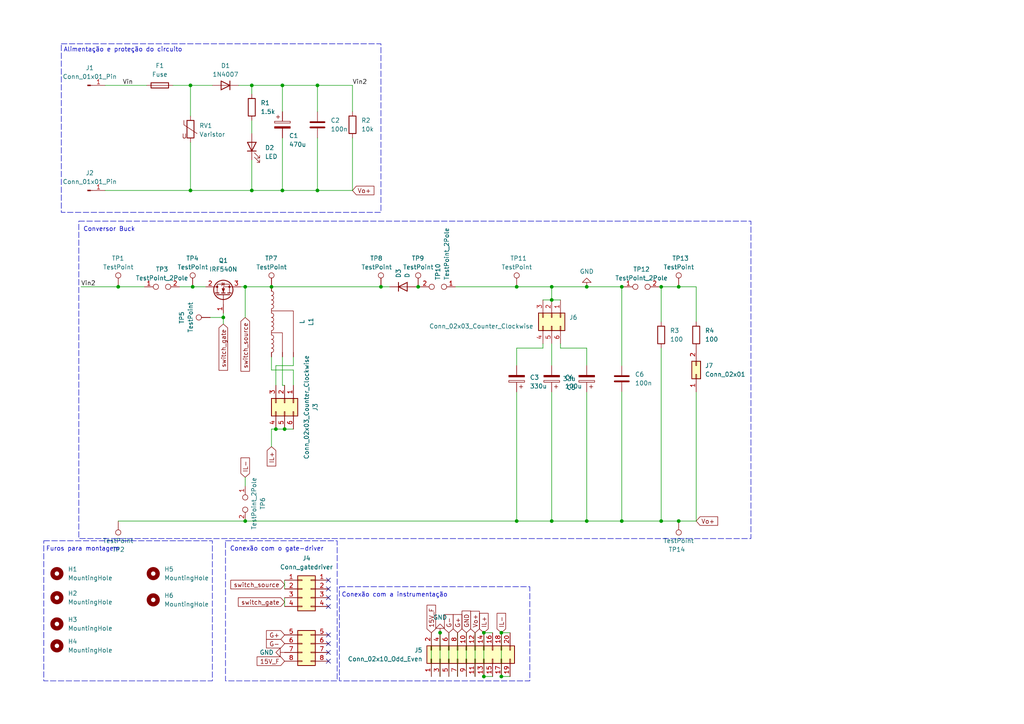
<source format=kicad_sch>
(kicad_sch (version 20230121) (generator eeschema)
  (paper "A4")
  (lib_symbols
    (symbol "Conn_gate_driver_1" (pin_names (offset 1.016) hide)
      (property "Reference" "J" (at 1.27 5.08 0))
      (property "Value" "Conn_gatedriver" (at 1.27 -7.62 0))
      (symbol "Conn_gate_driver_1_1_1"
        (rectangle (start -1.27 -4.953) (end 0 -5.207) (stroke (width 0.1524)))
        (rectangle (start -1.27 -2.413) (end 0 -2.667) (stroke (width 0.1524)))
        (rectangle (start -1.27 0.127) (end 0 -0.127) (stroke (width 0.1524)))
        (rectangle (start -1.27 2.667) (end 0 2.413) (stroke (width 0.1524)))
        (rectangle (start -1.27 3.81) (end 3.81 -6.35) (stroke (width 0.254)) (fill (type background)))
        (rectangle (start -1.27 10.922) (end 0 10.668) (stroke (width 0.1524)))
        (rectangle (start -1.27 13.462) (end 0 13.208) (stroke (width 0.1524)))
        (rectangle (start -1.27 16.002) (end 0 15.748) (stroke (width 0.1524)))
        (rectangle (start -1.27 18.542) (end 0 18.288) (stroke (width 0.1524)))
        (rectangle (start -1.27 19.685) (end 3.81 9.525) (stroke (width 0.254)) (fill (type background)))
        (rectangle (start 3.81 -4.953) (end 2.54 -5.207) (stroke (width 0.1524)))
        (rectangle (start 3.81 -2.413) (end 2.54 -2.667) (stroke (width 0.1524)))
        (rectangle (start 3.81 0.127) (end 2.54 -0.127) (stroke (width 0.1524)))
        (rectangle (start 3.81 2.667) (end 2.54 2.413) (stroke (width 0.1524)))
        (rectangle (start 3.81 10.922) (end 2.54 10.668) (stroke (width 0.1524)))
        (rectangle (start 3.81 13.462) (end 2.54 13.208) (stroke (width 0.1524)))
        (rectangle (start 3.81 16.002) (end 2.54 15.748) (stroke (width 0.1524)))
        (rectangle (start 3.81 18.542) (end 2.54 18.288) (stroke (width 0.1524)))
        (pin passive line (at -5.08 18.415 0) (length 3.81) (name "Pin_1") (number "1"))
        (pin passive line (at 7.62 18.415 180) (length 3.81) (name "Pin_2") (number "1"))
        (pin passive line (at -5.08 15.875 0) (length 3.81) (name "Pin_3") (number "2"))
        (pin passive line (at 7.62 15.875 180) (length 3.81) (name "Pin_4") (number "2"))
        (pin passive line (at -5.08 13.335 0) (length 3.81) (name "Pin_5") (number "3"))
        (pin passive line (at 7.62 13.335 180) (length 3.81) (name "Pin_6") (number "3"))
        (pin passive line (at -5.08 10.795 0) (length 3.81) (name "Pin_7") (number "4"))
        (pin passive line (at 7.62 10.795 180) (length 3.81) (name "Pin_8") (number "4"))
        (pin passive line (at 7.62 2.54 180) (length 3.81) (name "Pin_10") (number "5"))
        (pin passive line (at -5.08 2.54 0) (length 3.81) (name "Pin_9") (number "5"))
        (pin passive line (at -5.08 0 0) (length 3.81) (name "Pin_11") (number "6"))
        (pin passive line (at 7.62 0 180) (length 3.81) (name "Pin_12") (number "6"))
        (pin passive line (at -5.08 -2.54 0) (length 3.81) (name "Pin_13") (number "7"))
        (pin passive line (at 7.62 -2.54 180) (length 3.81) (name "Pin_14") (number "7"))
        (pin passive line (at -5.08 -5.08 0) (length 3.81) (name "Pin_15") (number "8"))
        (pin passive line (at 7.62 -5.08 180) (length 3.81) (name "Pin_16") (number "8"))
      )
    )
    (symbol "Connector:Conn_01x01_Pin" (pin_names (offset 1.016) hide)
      (property "Reference" "J" (at 0 2.54 0))
      (property "Value" "Conn_01x01_Pin" (at 0 -2.54 0))
      (symbol "Conn_01x01_Pin_1_1"
        (polyline (pts (xy 1.27 0) (xy 0.8636 0)) (stroke (width 0.1524)))
        (rectangle (start 0.8636 0.127) (end 0 -0.127) (stroke (width 0.1524)) (fill (type outline)))
        (pin passive line (at 5.08 0 180) (length 3.81) (name "Pin_1") (number "1"))
      )
    )
    (symbol "Connector:TestPoint" (pin_numbers hide) (pin_names (offset 0.762) hide)
      (property "Reference" "TP" (at 0 6.858 0))
      (property "Value" "TestPoint" (at 0 5.08 0))
      (symbol "TestPoint_0_1"
        (circle (center 0 3.302) (radius 0.762))
      )
      (symbol "TestPoint_1_1"
        (pin passive line (at 0 0 90) (length 2.54) (name "1") (number "1"))
      )
    )
    (symbol "Connector:TestPoint_2Pole" (pin_names (offset 0.762) hide)
      (property "Reference" "TP" (at 0 1.524 0))
      (property "Value" "TestPoint_2Pole" (at 0 -1.778 0))
      (symbol "TestPoint_2Pole_0_1"
        (circle (center -1.778 0) (radius 0.762))
        (circle (center 1.778 0) (radius 0.762))
        (pin passive line (at -5.08 0 0) (length 2.54) (name "1") (number "1"))
        (pin passive line (at 5.08 0 180) (length 2.54) (name "2") (number "2"))
      )
    )
    (symbol "Connector_Generic:Conn_02x01" (pin_names (offset 1.016) hide)
      (property "Reference" "J" (at 1.27 2.54 0))
      (property "Value" "Conn_02x01" (at 1.27 -2.54 0))
      (symbol "Conn_02x01_1_1"
        (rectangle (start -1.27 0.127) (end 0 -0.127) (stroke (width 0.1524)))
        (rectangle (start -1.27 1.27) (end 3.81 -1.27) (stroke (width 0.254)) (fill (type background)))
        (rectangle (start 3.81 0.127) (end 2.54 -0.127) (stroke (width 0.1524)))
        (pin passive line (at -5.08 0 0) (length 3.81) (name "Pin_1") (number "1"))
        (pin passive line (at 7.62 0 180) (length 3.81) (name "Pin_2") (number "2"))
      )
    )
    (symbol "Connector_Generic:Conn_02x03_Counter_Clockwise" (pin_names (offset 1.016) hide)
      (property "Reference" "J" (at 1.27 5.08 0))
      (property "Value" "Conn_02x03_Counter_Clockwise" (at 1.27 -5.08 0))
      (symbol "Conn_02x03_Counter_Clockwise_1_1"
        (rectangle (start -1.27 -2.413) (end 0 -2.667) (stroke (width 0.1524)))
        (rectangle (start -1.27 0.127) (end 0 -0.127) (stroke (width 0.1524)))
        (rectangle (start -1.27 2.667) (end 0 2.413) (stroke (width 0.1524)))
        (rectangle (start -1.27 3.81) (end 3.81 -3.81) (stroke (width 0.254)) (fill (type background)))
        (rectangle (start 3.81 -2.413) (end 2.54 -2.667) (stroke (width 0.1524)))
        (rectangle (start 3.81 0.127) (end 2.54 -0.127) (stroke (width 0.1524)))
        (rectangle (start 3.81 2.667) (end 2.54 2.413) (stroke (width 0.1524)))
        (pin passive line (at -5.08 2.54 0) (length 3.81) (name "Pin_1") (number "1"))
        (pin passive line (at -5.08 0 0) (length 3.81) (name "Pin_2") (number "2"))
        (pin passive line (at -5.08 -2.54 0) (length 3.81) (name "Pin_3") (number "3"))
        (pin passive line (at 7.62 -2.54 180) (length 3.81) (name "Pin_4") (number "4"))
        (pin passive line (at 7.62 0 180) (length 3.81) (name "Pin_5") (number "5"))
        (pin passive line (at 7.62 2.54 180) (length 3.81) (name "Pin_6") (number "6"))
      )
    )
    (symbol "Connector_Generic:Conn_02x10_Odd_Even" (pin_names (offset 1.016) hide)
      (property "Reference" "J" (at 1.27 12.7 0))
      (property "Value" "Conn_02x10_Odd_Even" (at 1.27 -15.24 0))
      (symbol "Conn_02x10_Odd_Even_1_1"
        (rectangle (start -1.27 -12.573) (end 0 -12.827) (stroke (width 0.1524)))
        (rectangle (start -1.27 -10.033) (end 0 -10.287) (stroke (width 0.1524)))
        (rectangle (start -1.27 -7.493) (end 0 -7.747) (stroke (width 0.1524)))
        (rectangle (start -1.27 -4.953) (end 0 -5.207) (stroke (width 0.1524)))
        (rectangle (start -1.27 -2.413) (end 0 -2.667) (stroke (width 0.1524)))
        (rectangle (start -1.27 0.127) (end 0 -0.127) (stroke (width 0.1524)))
        (rectangle (start -1.27 2.667) (end 0 2.413) (stroke (width 0.1524)))
        (rectangle (start -1.27 5.207) (end 0 4.953) (stroke (width 0.1524)))
        (rectangle (start -1.27 7.747) (end 0 7.493) (stroke (width 0.1524)))
        (rectangle (start -1.27 10.287) (end 0 10.033) (stroke (width 0.1524)))
        (rectangle (start -1.27 11.43) (end 3.81 -13.97) (stroke (width 0.254)) (fill (type background)))
        (rectangle (start 3.81 -12.573) (end 2.54 -12.827) (stroke (width 0.1524)))
        (rectangle (start 3.81 -10.033) (end 2.54 -10.287) (stroke (width 0.1524)))
        (rectangle (start 3.81 -7.493) (end 2.54 -7.747) (stroke (width 0.1524)))
        (rectangle (start 3.81 -4.953) (end 2.54 -5.207) (stroke (width 0.1524)))
        (rectangle (start 3.81 -2.413) (end 2.54 -2.667) (stroke (width 0.1524)))
        (rectangle (start 3.81 0.127) (end 2.54 -0.127) (stroke (width 0.1524)))
        (rectangle (start 3.81 2.667) (end 2.54 2.413) (stroke (width 0.1524)))
        (rectangle (start 3.81 5.207) (end 2.54 4.953) (stroke (width 0.1524)))
        (rectangle (start 3.81 7.747) (end 2.54 7.493) (stroke (width 0.1524)))
        (rectangle (start 3.81 10.287) (end 2.54 10.033) (stroke (width 0.1524)))
        (pin passive line (at -5.08 10.16 0) (length 3.81) (name "Pin_1") (number "1"))
        (pin passive line (at 7.62 0 180) (length 3.81) (name "Pin_10") (number "10"))
        (pin passive line (at -5.08 -2.54 0) (length 3.81) (name "Pin_11") (number "11"))
        (pin passive line (at 7.62 -2.54 180) (length 3.81) (name "Pin_12") (number "12"))
        (pin passive line (at -5.08 -5.08 0) (length 3.81) (name "Pin_13") (number "13"))
        (pin passive line (at 7.62 -5.08 180) (length 3.81) (name "Pin_14") (number "14"))
        (pin passive line (at -5.08 -7.62 0) (length 3.81) (name "Pin_15") (number "15"))
        (pin passive line (at 7.62 -7.62 180) (length 3.81) (name "Pin_16") (number "16"))
        (pin passive line (at -5.08 -10.16 0) (length 3.81) (name "Pin_17") (number "17"))
        (pin passive line (at 7.62 -10.16 180) (length 3.81) (name "Pin_18") (number "18"))
        (pin passive line (at -5.08 -12.7 0) (length 3.81) (name "Pin_19") (number "19"))
        (pin passive line (at 7.62 10.16 180) (length 3.81) (name "Pin_2") (number "2"))
        (pin passive line (at 7.62 -12.7 180) (length 3.81) (name "Pin_20") (number "20"))
        (pin passive line (at -5.08 7.62 0) (length 3.81) (name "Pin_3") (number "3"))
        (pin passive line (at 7.62 7.62 180) (length 3.81) (name "Pin_4") (number "4"))
        (pin passive line (at -5.08 5.08 0) (length 3.81) (name "Pin_5") (number "5"))
        (pin passive line (at 7.62 5.08 180) (length 3.81) (name "Pin_6") (number "6"))
        (pin passive line (at -5.08 2.54 0) (length 3.81) (name "Pin_7") (number "7"))
        (pin passive line (at 7.62 2.54 180) (length 3.81) (name "Pin_8") (number "8"))
        (pin passive line (at -5.08 0 0) (length 3.81) (name "Pin_9") (number "9"))
      )
    )
    (symbol "Device:C" (pin_numbers hide) (pin_names (offset 0.254))
      (property "Reference" "C" (at 0.635 2.54 0))
      (property "Value" "C" (at 0.635 -2.54 0))
      (symbol "C_0_1"
        (polyline (pts (xy -2.032 -0.762) (xy 2.032 -0.762)) (stroke (width 0.508)))
        (polyline (pts (xy -2.032 0.762) (xy 2.032 0.762)) (stroke (width 0.508)))
      )
      (symbol "C_1_1"
        (pin passive line (at 0 3.81 270) (length 2.794) (name "~") (number "1"))
        (pin passive line (at 0 -3.81 90) (length 2.794) (name "~") (number "2"))
      )
    )
    (symbol "Device:C_Polarized" (pin_numbers hide) (pin_names (offset 0.254))
      (property "Reference" "C" (at 0.635 2.54 0))
      (property "Value" "C_Polarized" (at 0.635 -2.54 0))
      (symbol "C_Polarized_0_1"
        (rectangle (start -2.286 0.508) (end 2.286 1.016))
        (polyline (pts (xy -1.778 2.286) (xy -0.762 2.286)))
        (polyline (pts (xy -1.27 2.794) (xy -1.27 1.778)))
        (rectangle (start 2.286 -0.508) (end -2.286 -1.016) (fill (type outline)))
      )
      (symbol "C_Polarized_1_1"
        (pin passive line (at 0 3.81 270) (length 2.794) (name "~") (number "1"))
        (pin passive line (at 0 -3.81 90) (length 2.794) (name "~") (number "2"))
      )
    )
    (symbol "Device:D" (pin_numbers hide) (pin_names (offset 1.016) hide)
      (property "Reference" "D" (at 0 2.54 0))
      (property "Value" "D" (at 0 -2.54 0))
      (symbol "D_0_1"
        (polyline (pts (xy -1.27 1.27) (xy -1.27 -1.27)) (stroke (width 0.254)))
        (polyline (pts (xy 1.27 0) (xy -1.27 0)))
        (polyline (pts (xy 1.27 1.27) (xy 1.27 -1.27) (xy -1.27 0) (xy 1.27 1.27)) (stroke (width 0.254)))
      )
      (symbol "D_1_1"
        (pin passive line (at -3.81 0 0) (length 2.54) (name "K") (number "1"))
        (pin passive line (at 3.81 0 180) (length 2.54) (name "A") (number "2"))
      )
    )
    (symbol "Device:Fuse" (pin_numbers hide) (pin_names (offset 0))
      (property "Reference" "F" (at 2.032 0 90))
      (property "Value" "Fuse" (at -1.905 0 90))
      (symbol "Fuse_0_1"
        (rectangle (start -0.762 -2.54) (end 0.762 2.54) (stroke (width 0.254)))
        (polyline (pts (xy 0 2.54) (xy 0 -2.54)))
      )
      (symbol "Fuse_1_1"
        (pin passive line (at 0 3.81 270) (length 1.27) (name "~") (number "1"))
        (pin passive line (at 0 -3.81 90) (length 1.27) (name "~") (number "2"))
      )
    )
    (symbol "Device:LED" (pin_numbers hide) (pin_names (offset 1.016) hide)
      (property "Reference" "D" (at 0 2.54 0))
      (property "Value" "LED" (at 0 -2.54 0))
      (symbol "LED_0_1"
        (polyline (pts (xy -1.27 -1.27) (xy -1.27 1.27)) (stroke (width 0.254)))
        (polyline (pts (xy -1.27 0) (xy 1.27 0)))
        (polyline (pts (xy 1.27 -1.27) (xy 1.27 1.27) (xy -1.27 0) (xy 1.27 -1.27)) (stroke (width 0.254)))
        (polyline (pts (xy -3.048 -0.762) (xy -4.572 -2.286) (xy -3.81 -2.286) (xy -4.572 -2.286) (xy -4.572 -1.524)))
        (polyline (pts (xy -1.778 -0.762) (xy -3.302 -2.286) (xy -2.54 -2.286) (xy -3.302 -2.286) (xy -3.302 -1.524)))
      )
      (symbol "LED_1_1"
        (pin passive line (at -3.81 0 0) (length 2.54) (name "K") (number "1"))
        (pin passive line (at 3.81 0 180) (length 2.54) (name "A") (number "2"))
      )
    )
    (symbol "Device:R" (pin_numbers hide) (pin_names (offset 0))
      (property "Reference" "R" (at 2.032 0 90))
      (property "Value" "R" (at 0 0 90))
      (symbol "R_0_1"
        (rectangle (start -1.016 -2.54) (end 1.016 2.54) (stroke (width 0.254)))
      )
      (symbol "R_1_1"
        (pin passive line (at 0 3.81 270) (length 1.27) (name "~") (number "1"))
        (pin passive line (at 0 -3.81 90) (length 1.27) (name "~") (number "2"))
      )
    )
    (symbol "Device:Varistor" (pin_numbers hide) (pin_names (offset 0))
      (property "Reference" "RV" (at 3.175 0 90))
      (property "Value" "Varistor" (at -3.175 0 90))
      (symbol "Varistor_0_0"
        (text "U" (at -1.778 -2.032 0) (effects (font (size 1.27 1.27))))
      )
      (symbol "Varistor_0_1"
        (rectangle (start -1.016 -2.54) (end 1.016 2.54) (stroke (width 0.254)))
        (polyline (pts (xy -1.905 2.54) (xy -1.905 1.27) (xy 1.905 -1.27)))
      )
      (symbol "Varistor_1_1"
        (pin passive line (at 0 3.81 270) (length 1.27) (name "~") (number "1"))
        (pin passive line (at 0 -3.81 90) (length 1.27) (name "~") (number "2"))
      )
    )
    (symbol "Diode:1N4007" (pin_numbers hide) (pin_names (offset 1.016) hide)
      (property "Reference" "D" (at 0 2.54 0))
      (property "Value" "1N4007" (at 0 -2.54 0))
      (symbol "1N4007_0_1"
        (polyline (pts (xy -1.27 1.27) (xy -1.27 -1.27)) (stroke (width 0.254)))
        (polyline (pts (xy 1.27 0) (xy -1.27 0)))
        (polyline (pts (xy 1.27 1.27) (xy 1.27 -1.27) (xy -1.27 0) (xy 1.27 1.27)) (stroke (width 0.254)))
      )
      (symbol "1N4007_1_1"
        (pin passive line (at -3.81 0 0) (length 2.54) (name "K") (number "1"))
        (pin passive line (at 3.81 0 180) (length 2.54) (name "A") (number "2"))
      )
    )
    (symbol "Mechanical:MountingHole" (pin_names (offset 1.016))
      (property "Reference" "H" (at 0 5.08 0))
      (property "Value" "MountingHole" (at 0 3.175 0))
      (symbol "MountingHole_0_1"
        (circle (center 0 0) (radius 1.27) (stroke (width 1.27)))
      )
    )
    (symbol "New_Library:L_triple" (pin_numbers hide) (pin_names (offset 1.016) hide)
      (property "Reference" "L" (at -1.27 0 90))
      (property "Value" "L" (at 1.905 0 90))
      (symbol "L_triple_0_1"
        (arc (start 0 -2.54) (mid 0.6323 -1.905) (end 0 -1.27))
        (arc (start 0 -1.27) (mid 0.6323 -0.635) (end 0 0))
        (polyline (pts (xy 0 2.54) (xy 0 3.81)))
        (polyline (pts (xy 0 3.175) (xy 3.175 3.175) (xy 3.175 -2.54)))
        (polyline (pts (xy 0 8.89) (xy 0 10.16) (xy 0 9.525)))
        (polyline (pts (xy 0 9.525) (xy 6.35 9.525) (xy 6.35 -2.54)))
        (arc (start 0 0) (mid 0.6323 0.635) (end 0 1.27))
        (arc (start 0 1.27) (mid 0.6323 1.905) (end 0 2.54))
        (arc (start 0.0027 3.81) (mid 0.635 4.445) (end 0.0027 5.08))
        (arc (start 0.0027 5.08) (mid 0.635 5.715) (end 0.0027 6.35))
        (arc (start 0.0027 6.35) (mid 0.635 6.985) (end 0.0027 7.62))
        (arc (start 0.0027 7.62) (mid 0.635 8.255) (end 0.0027 8.89))
        (arc (start 0.0027 10.16) (mid 0.635 10.795) (end 0.0027 11.43))
        (arc (start 0.0027 11.43) (mid 0.635 12.065) (end 0.0027 12.7))
        (arc (start 0.0027 12.7) (mid 0.635 13.335) (end 0.0027 13.97))
        (arc (start 0.0027 13.97) (mid 0.635 14.605) (end 0.0027 15.24))
      )
      (symbol "L_triple_1_1"
        (pin passive line (at 0 16.51 270) (length 1.27) (name "1") (number "1"))
        (pin passive line (at 6.35 -3.81 90) (length 1.27) (name "2") (number "2"))
        (pin passive line (at 3.175 -3.81 90) (length 1.27) (name "3") (number "3"))
        (pin passive line (at 0 -3.81 90) (length 1.27) (name "4") (number "4"))
      )
    )
    (symbol "Transistor_FET:IRF540N" (pin_names hide)
      (property "Reference" "Q" (at 6.35 1.905 0))
      (property "Value" "IRF540N" (at 6.35 0 0))
      (symbol "IRF540N_0_1"
        (polyline (pts (xy 0.254 0) (xy -2.54 0)))
        (polyline (pts (xy 0.254 1.905) (xy 0.254 -1.905)) (stroke (width 0.254)))
        (polyline (pts (xy 0.762 -1.27) (xy 0.762 -2.286)) (stroke (width 0.254)))
        (polyline (pts (xy 0.762 0.508) (xy 0.762 -0.508)) (stroke (width 0.254)))
        (polyline (pts (xy 0.762 2.286) (xy 0.762 1.27)) (stroke (width 0.254)))
        (polyline (pts (xy 2.54 2.54) (xy 2.54 1.778)))
        (polyline (pts (xy 2.54 -2.54) (xy 2.54 0) (xy 0.762 0)))
        (polyline (pts (xy 0.762 -1.778) (xy 3.302 -1.778) (xy 3.302 1.778) (xy 0.762 1.778)))
        (polyline (pts (xy 1.016 0) (xy 2.032 0.381) (xy 2.032 -0.381) (xy 1.016 0)) (fill (type outline)))
        (polyline (pts (xy 2.794 0.508) (xy 2.921 0.381) (xy 3.683 0.381) (xy 3.81 0.254)))
        (polyline (pts (xy 3.302 0.381) (xy 2.921 -0.254) (xy 3.683 -0.254) (xy 3.302 0.381)))
        (circle (center 1.651 0) (radius 2.794) (stroke (width 0.254)))
        (circle (center 2.54 -1.778) (radius 0.254) (fill (type outline)))
        (circle (center 2.54 1.778) (radius 0.254) (fill (type outline)))
      )
      (symbol "IRF540N_1_1"
        (pin input line (at -5.08 0 0) (length 2.54) (name "G") (number "1"))
        (pin passive line (at 2.54 5.08 270) (length 2.54) (name "D") (number "2"))
        (pin passive line (at 2.54 -5.08 90) (length 2.54) (name "S") (number "3"))
      )
    )
    (symbol "power:GND" (power) (pin_names (offset 0))
      (property "Value" "GND" (at 0 -3.81 0))
      (symbol "GND_0_1"
        (polyline (pts (xy 0 0) (xy 0 -1.27) (xy 1.27 -1.27) (xy 0 -2.54) (xy -1.27 -1.27) (xy 0 -1.27)))
      )
      (symbol "GND_1_1"
        (pin power_in line (at 0 0 270) (length 0) hide (name "GND") (number "1"))
      )
    )
  )
  (junction (at 160.02 86.995))
  (junction (at 71.12 83.185))
  (junction (at 191.77 151.13))
  (junction (at 160.02 83.185))
  (junction (at 145.415 196.215))
  (junction (at 92.075 55.245))
  (junction (at 121.285 83.185))
  (junction (at 34.29 83.185))
  (junction (at 55.88 83.185))
  (junction (at 140.335 196.215))
  (junction (at 71.12 151.13))
  (junction (at 92.075 24.765))
  (junction (at 160.02 151.13))
  (junction (at 170.18 151.13))
  (junction (at 127.635 183.515))
  (junction (at 196.85 151.13))
  (junction (at 81.915 55.245))
  (junction (at 110.49 83.185))
  (junction (at 55.245 24.765))
  (junction (at 55.245 55.245))
  (junction (at 80.01 124.46))
  (junction (at 180.34 83.185))
  (junction (at 82.55 124.46))
  (junction (at 73.025 55.245))
  (junction (at 64.77 92.075))
  (junction (at 73.025 24.765))
  (junction (at 196.85 83.185))
  (junction (at 140.335 183.515))
  (junction (at 191.77 83.185))
  (junction (at 170.18 83.185))
  (junction (at 180.34 151.13))
  (junction (at 78.74 83.185))
  (junction (at 145.415 183.515))
  (junction (at 149.86 83.185))
  (junction (at 149.86 151.13))
  (junction (at 81.915 24.765))
  (no_connect (at 95.25 175.895))
  (no_connect (at 95.25 168.275))
  (no_connect (at 95.25 170.815))
  (no_connect (at 95.25 186.69))
  (no_connect (at 95.25 189.23))
  (no_connect (at 95.25 173.355))
  (no_connect (at 95.25 191.77))
  (no_connect (at 95.25 184.15))
  (wire (pts (xy 191.77 100.965) (xy 191.77 151.13)))
  (wire (pts (xy 102.235 32.385) (xy 102.235 24.765)))
  (wire (pts (xy 69.85 83.185) (xy 71.12 83.185)))
  (wire (pts (xy 73.025 55.245) (xy 55.245 55.245)))
  (wire (pts (xy 80.01 124.46) (xy 78.74 124.46)))
  (wire (pts (xy 85.09 111.76) (xy 85.09 107.315)))
  (wire (pts (xy 149.86 113.665) (xy 149.86 151.13)))
  (wire (pts (xy 55.245 24.765) (xy 61.595 24.765)))
  (wire (pts (xy 71.12 83.185) (xy 78.74 83.185)))
  (wire (pts (xy 23.495 83.185) (xy 34.29 83.185)))
  (wire (pts (xy 30.48 24.765) (xy 42.545 24.765)))
  (wire (pts (xy 135.255 183.515) (xy 135.255 196.215)))
  (wire (pts (xy 92.075 55.245) (xy 81.915 55.245)))
  (wire (pts (xy 50.165 24.765) (xy 55.245 24.765)))
  (wire (pts (xy 120.65 83.185) (xy 121.285 83.185)))
  (wire (pts (xy 73.025 24.765) (xy 73.025 27.305)))
  (wire (pts (xy 132.715 183.515) (xy 132.715 196.215)))
  (wire (pts (xy 170.18 83.185) (xy 180.34 83.185)))
  (wire (pts (xy 71.12 151.13) (xy 149.86 151.13)))
  (wire (pts (xy 201.93 83.185) (xy 201.93 93.345)))
  (wire (pts (xy 81.915 40.005) (xy 81.915 55.245)))
  (wire (pts (xy 81.915 103.505) (xy 81.915 111.76)))
  (wire (pts (xy 191.77 151.13) (xy 180.34 151.13)))
  (wire (pts (xy 170.18 100.965) (xy 170.18 106.045)))
  (wire (pts (xy 78.74 83.185) (xy 110.49 83.185)))
  (wire (pts (xy 64.77 93.98) (xy 64.77 92.075)))
  (wire (pts (xy 34.29 151.13) (xy 71.12 151.13)))
  (wire (pts (xy 180.34 151.13) (xy 180.34 113.665)))
  (wire (pts (xy 80.01 124.46) (xy 82.55 124.46)))
  (wire (pts (xy 64.77 92.075) (xy 64.77 90.805)))
  (wire (pts (xy 137.795 183.515) (xy 137.795 196.215)))
  (wire (pts (xy 92.075 55.245) (xy 102.235 55.245)))
  (wire (pts (xy 85.09 124.46) (xy 82.55 124.46)))
  (wire (pts (xy 81.915 55.245) (xy 73.025 55.245)))
  (wire (pts (xy 82.55 168.275) (xy 82.55 170.815)))
  (wire (pts (xy 73.025 34.925) (xy 73.025 38.735)))
  (wire (pts (xy 145.415 183.515) (xy 147.955 183.515)))
  (wire (pts (xy 160.02 83.185) (xy 170.18 83.185)))
  (wire (pts (xy 170.18 151.13) (xy 180.34 151.13)))
  (wire (pts (xy 81.915 24.765) (xy 73.025 24.765)))
  (wire (pts (xy 140.335 183.515) (xy 142.875 183.515)))
  (wire (pts (xy 60.96 92.075) (xy 64.77 92.075)))
  (wire (pts (xy 81.915 32.385) (xy 81.915 24.765)))
  (wire (pts (xy 140.335 183.515) (xy 140.335 196.215)))
  (wire (pts (xy 170.18 100.965) (xy 162.56 100.965)))
  (wire (pts (xy 125.095 183.515) (xy 125.095 196.215)))
  (wire (pts (xy 52.07 83.185) (xy 55.88 83.185)))
  (wire (pts (xy 191.77 83.185) (xy 196.85 83.185)))
  (wire (pts (xy 78.74 107.315) (xy 78.74 103.505)))
  (wire (pts (xy 191.135 83.185) (xy 191.77 83.185)))
  (wire (pts (xy 102.235 40.005) (xy 102.235 55.245)))
  (wire (pts (xy 160.02 99.695) (xy 160.02 106.045)))
  (wire (pts (xy 30.48 55.245) (xy 55.245 55.245)))
  (wire (pts (xy 145.415 183.515) (xy 145.415 196.215)))
  (wire (pts (xy 92.075 40.005) (xy 92.075 55.245)))
  (wire (pts (xy 180.34 83.185) (xy 180.975 83.185)))
  (wire (pts (xy 201.93 151.13) (xy 196.85 151.13)))
  (wire (pts (xy 92.075 24.765) (xy 81.915 24.765)))
  (wire (pts (xy 196.85 151.13) (xy 191.77 151.13)))
  (wire (pts (xy 160.02 113.665) (xy 160.02 151.13)))
  (wire (pts (xy 191.77 83.185) (xy 191.77 93.345)))
  (wire (pts (xy 71.12 138.43) (xy 71.12 140.97)))
  (wire (pts (xy 170.18 113.665) (xy 170.18 151.13)))
  (wire (pts (xy 85.09 107.315) (xy 78.74 107.315)))
  (wire (pts (xy 102.235 24.765) (xy 92.075 24.765)))
  (wire (pts (xy 81.915 111.76) (xy 82.55 111.76)))
  (wire (pts (xy 160.02 151.13) (xy 170.18 151.13)))
  (wire (pts (xy 71.12 83.185) (xy 71.12 92.075)))
  (wire (pts (xy 149.86 151.13) (xy 160.02 151.13)))
  (wire (pts (xy 55.245 41.275) (xy 55.245 55.245)))
  (wire (pts (xy 157.48 100.965) (xy 157.48 99.695)))
  (wire (pts (xy 149.86 100.965) (xy 157.48 100.965)))
  (wire (pts (xy 160.02 86.995) (xy 162.56 86.995)))
  (wire (pts (xy 201.93 151.13) (xy 201.93 113.665)))
  (wire (pts (xy 160.02 83.185) (xy 160.02 86.995)))
  (wire (pts (xy 85.09 103.505) (xy 85.09 106.045)))
  (wire (pts (xy 55.88 83.185) (xy 59.69 83.185)))
  (wire (pts (xy 69.215 24.765) (xy 73.025 24.765)))
  (wire (pts (xy 149.86 100.965) (xy 149.86 106.045)))
  (wire (pts (xy 162.56 99.695) (xy 162.56 100.965)))
  (wire (pts (xy 149.86 83.185) (xy 160.02 83.185)))
  (wire (pts (xy 132.08 83.185) (xy 149.86 83.185)))
  (wire (pts (xy 196.85 83.185) (xy 201.93 83.185)))
  (wire (pts (xy 34.29 83.185) (xy 41.91 83.185)))
  (wire (pts (xy 127.635 183.515) (xy 127.635 196.215)))
  (wire (pts (xy 78.74 124.46) (xy 78.74 129.54)))
  (wire (pts (xy 157.48 86.995) (xy 160.02 86.995)))
  (wire (pts (xy 145.415 196.215) (xy 147.955 196.215)))
  (wire (pts (xy 82.55 173.355) (xy 82.55 175.895)))
  (wire (pts (xy 130.175 183.515) (xy 130.175 196.215)))
  (wire (pts (xy 73.025 46.355) (xy 73.025 55.245)))
  (wire (pts (xy 85.09 106.045) (xy 80.01 106.045)))
  (wire (pts (xy 80.01 106.045) (xy 80.01 111.76)))
  (wire (pts (xy 121.285 83.185) (xy 121.92 83.185)))
  (wire (pts (xy 55.245 24.765) (xy 55.245 33.655)))
  (wire (pts (xy 180.34 106.045) (xy 180.34 83.185)))
  (wire (pts (xy 110.49 83.185) (xy 113.03 83.185)))
  (wire (pts (xy 140.335 196.215) (xy 142.875 196.215)))
  (wire (pts (xy 92.075 32.385) (xy 92.075 24.765)))
  (rectangle (start 17.78 12.7) (end 110.49 61.595) (stroke (width 0) (type dash)))
  (rectangle (start 12.7 156.845) (end 61.595 197.485) (stroke (width 0) (type dash)))
  (rectangle (start 98.425 170.18) (end 153.67 197.485) (stroke (width 0) (type dash)))
  (rectangle (start 22.86 64.135) (end 217.805 156.21) (stroke (width 0) (type dash)))
  (rectangle (start 65.405 156.845) (end 97.79 197.485) (stroke (width 0) (type dash)))
  (text "Conversor Buck" (at 24.13 67.31 0) (effects (font (size 1.27 1.27)) (justify left bottom)))
  (text "Conexão com o gate-driver" (at 66.675 160.02 0) (effects (font (size 1.27 1.27)) (justify left bottom)))
  (text "Alimentação e proteção do circuito" (at 18.415 15.24 0) (effects (font (size 1.27 1.27)) (justify left bottom)))
  (text "Furos para montagem" (at 13.335 160.02 0) (effects (font (size 1.27 1.27)) (justify left bottom)))
  (text "Conexão com a instrumentação" (at 99.06 173.355 0) (effects (font (size 1.27 1.27)) (justify left bottom)))
  (label "Vin" (at 35.56 24.765 0))
  (label "Vin2" (at 102.235 24.765 0))
  (label "Vin2" (at 23.495 83.185 0))
  (global_label "IL-" (shape input) (at 145.415 183.515 90) (property "Intersheetrefs" "${INTERSHEET_REFS}" (effects hide)))
  (global_label "switch_gate" (shape input) (at 64.77 93.98 270) (property "Intersheetrefs" "${INTERSHEET_REFS}" (effects hide)))
  (global_label "15V_F" (shape input) (at 82.55 191.77 180) (property "Intersheetrefs" "${INTERSHEET_REFS}" (effects hide)))
  (global_label "G+" (shape input) (at 132.715 183.515 90) (property "Intersheetrefs" "${INTERSHEET_REFS}" (effects hide)))
  (global_label "switch_gate" (shape input) (at 82.55 174.625 180) (property "Intersheetrefs" "${INTERSHEET_REFS}" (effects hide)))
  (global_label "switch_source" (shape input) (at 71.12 92.075 270) (property "Intersheetrefs" "${INTERSHEET_REFS}" (effects hide)))
  (global_label "GND" (shape input) (at 135.255 183.515 90) (property "Intersheetrefs" "${INTERSHEET_REFS}" (effects hide)))
  (global_label "G+" (shape input) (at 82.55 184.15 180) (property "Intersheetrefs" "${INTERSHEET_REFS}" (effects hide)))
  (global_label "IL+" (shape input) (at 140.335 183.515 90) (property "Intersheetrefs" "${INTERSHEET_REFS}" (effects hide)))
  (global_label "G-" (shape input) (at 82.55 186.69 180) (property "Intersheetrefs" "${INTERSHEET_REFS}" (effects hide)))
  (global_label "IL+" (shape input) (at 78.74 129.54 270) (property "Intersheetrefs" "${INTERSHEET_REFS}" (effects hide)))
  (global_label "Vo+" (shape input) (at 137.795 183.515 90) (property "Intersheetrefs" "${INTERSHEET_REFS}" (effects hide)))
  (global_label "IL-" (shape input) (at 71.12 138.43 90) (property "Intersheetrefs" "${INTERSHEET_REFS}" (effects hide)))
  (global_label "G-" (shape input) (at 130.175 183.515 90) (property "Intersheetrefs" "${INTERSHEET_REFS}" (effects hide)))
  (global_label "Vo+" (shape input) (at 201.93 151.13 0) (property "Intersheetrefs" "${INTERSHEET_REFS}" (effects hide)))
  (global_label "switch_source" (shape input) (at 82.55 169.545 180) (property "Intersheetrefs" "${INTERSHEET_REFS}" (effects hide)))
  (global_label "Vo+" (shape input) (at 102.235 55.245 0) (property "Intersheetrefs" "${INTERSHEET_REFS}" (effects hide)))
  (global_label "15V_F" (shape input) (at 125.095 183.515 90) (property "Intersheetrefs" "${INTERSHEET_REFS}" (effects hide)))
  (symbol (lib_id "Mechanical:MountingHole") (at 44.45 173.99 0) (unit 1)
    (property "Reference" "H6" (at 47.625 172.72 0) (effects (justify left)))
    (property "Value" "MountingHole" (at 47.625 175.26 0) (effects (justify left)))
    (property "Footprint" "Library:Furo" (effects hide))
  )
  (symbol (lib_id "Mechanical:MountingHole") (at 16.51 187.325 0) (unit 1)
    (property "Reference" "H4" (at 19.685 186.055 0) (effects (justify left)))
    (property "Value" "MountingHole" (at 19.685 188.595 0) (effects (justify left)))
    (property "Footprint" "Library:Furo" (effects hide))
  )
  (symbol (lib_id "New_Library:L_triple") (at 78.74 99.695 0) (unit 1)
    (property "Reference" "L1" (at 90.17 93.345 90))
    (property "Value" "L" (at 87.63 93.345 90))
    (property "Footprint" "Library:Inductor_buckboost" (effects hide))
  )
  (symbol (lib_id "Mechanical:MountingHole") (at 16.51 180.975 0) (unit 1)
    (property "Reference" "H3" (at 19.685 179.705 0) (effects (justify left)))
    (property "Value" "MountingHole" (at 19.685 182.245 0) (effects (justify left)))
    (property "Footprint" "Library:Furo" (effects hide))
  )
  (symbol (lib_name "Conn_gate_driver_1") (lib_id "New_Library:Conn_gate_driver") (at 87.63 186.69 0) (unit 1)
    (property "Reference" "J4" (at 88.9 161.925 0))
    (property "Value" "Conn_gatedriver" (at 88.9 164.465 0))
    (property "Footprint" "Library:GateDriver" (effects hide))
  )
  (symbol (lib_id "Connector_Generic:Conn_02x10_Odd_Even") (at 135.255 191.135 90) (unit 1)
    (property "Reference" "J5" (at 122.555 188.595 90) (effects (justify left)))
    (property "Value" "Conn_02x10_Odd_Even" (at 122.555 191.135 90) (effects (justify left)))
    (property "Footprint" "Connector_PinSocket_2.54mm:PinSocket_2x10_P2.54mm_Horizontal" (effects hide))
  )
  (symbol (lib_id "Device:C") (at 92.075 36.195 0) (unit 1)
    (property "Reference" "C2" (at 95.885 34.9249 0) (effects (justify left)))
    (property "Value" "100n" (at 95.885 37.4649 0) (effects (justify left)))
    (property "Footprint" "Capacitor_THT:C_Disc_D5.0mm_W2.5mm_P5.00mm" (effects hide))
  )
  (symbol (lib_id "Device:D") (at 116.84 83.185 0) (unit 1)
    (property "Reference" "D3" (at 115.57 80.645 90) (effects (justify left)))
    (property "Value" "D" (at 118.11 80.645 90) (effects (justify left)))
    (property "Footprint" "Package_TO_SOT_THT:TO-220-2_Horizontal_TabDown" (effects hide))
    (property "Sim.Device" "D" (effects hide))
    (property "Sim.Pins" "1=K 2=A" (effects hide))
  )
  (symbol (lib_id "Mechanical:MountingHole") (at 44.45 166.37 0) (unit 1)
    (property "Reference" "H5" (at 47.625 165.1 0) (effects (justify left)))
    (property "Value" "MountingHole" (at 47.625 167.64 0) (effects (justify left)))
    (property "Footprint" "Library:Furo" (effects hide))
  )
  (symbol (lib_id "Connector_Generic:Conn_02x03_Counter_Clockwise") (at 160.02 92.075 270) (unit 1)
    (property "Reference" "J6" (at 165.1 92.0749 90) (effects (justify left)))
    (property "Value" "Conn_02x03_Counter_Clockwise" (at 124.46 94.615 90) (effects (justify left)))
    (property "Footprint" "Connector_PinHeader_2.54mm:PinHeader_2x03_P2.54mm_Vertical" (effects hide))
  )
  (symbol (lib_id "Connector:TestPoint") (at 121.285 83.185 0) (unit 1)
    (property "Reference" "TP9" (at 119.38 74.93 0) (effects (justify left)))
    (property "Value" "TestPoint" (at 116.84 77.47 0) (effects (justify left)))
    (property "Footprint" "TestPoint:TestPoint_Loop_D2.60mm_Drill1.6mm_Beaded" (effects hide))
  )
  (symbol (lib_id "Connector:TestPoint") (at 60.96 92.075 90) (unit 1)
    (property "Reference" "TP5" (at 52.705 93.98 0) (effects (justify left)))
    (property "Value" "TestPoint" (at 55.245 96.52 0) (effects (justify left)))
    (property "Footprint" "TestPoint:TestPoint_Loop_D2.60mm_Drill1.6mm_Beaded" (effects hide))
  )
  (symbol (lib_id "Connector:TestPoint") (at 34.29 151.13 180) (unit 1)
    (property "Reference" "TP2" (at 36.195 159.385 0) (effects (justify left)))
    (property "Value" "TestPoint" (at 38.735 156.845 0) (effects (justify left)))
    (property "Footprint" "TestPoint:TestPoint_Loop_D2.60mm_Drill1.6mm_Beaded" (effects hide))
  )
  (symbol (lib_id "Connector:TestPoint") (at 196.85 83.185 0) (unit 1)
    (property "Reference" "TP13" (at 194.945 74.93 0) (effects (justify left)))
    (property "Value" "TestPoint" (at 192.405 77.47 0) (effects (justify left)))
    (property "Footprint" "TestPoint:TestPoint_Loop_D2.60mm_Drill1.6mm_Beaded" (effects hide))
  )
  (symbol (lib_id "Device:C_Polarized") (at 160.02 109.855 180) (unit 1)
    (property "Reference" "C4" (at 163.83 109.474 0) (effects (justify right)))
    (property "Value" "100u" (at 163.83 112.014 0) (effects (justify right)))
    (property "Footprint" "Capacitor_THT:CP_Radial_D10.0mm_P5.00mm" (effects hide))
  )
  (symbol (lib_id "Connector:TestPoint") (at 110.49 83.185 0) (unit 1)
    (property "Reference" "TP8" (at 107.315 74.93 0) (effects (justify left)))
    (property "Value" "TestPoint" (at 104.775 77.47 0) (effects (justify left)))
    (property "Footprint" "TestPoint:TestPoint_Loop_D2.60mm_Drill1.6mm_Beaded" (effects hide))
  )
  (symbol (lib_id "Device:Fuse") (at 46.355 24.765 90) (unit 1)
    (property "Reference" "F1" (at 46.355 19.05 90))
    (property "Value" "Fuse" (at 46.355 21.59 90))
    (property "Footprint" "Library:Fuse" (effects hide))
  )
  (symbol (lib_id "Device:R") (at 73.025 31.115 0) (unit 1)
    (property "Reference" "R1" (at 75.565 29.8449 0) (effects (justify left)))
    (property "Value" "1.5k" (at 75.565 32.3849 0) (effects (justify left)))
    (property "Footprint" "Resistor_THT:R_Axial_DIN0204_L3.6mm_D1.6mm_P7.62mm_Horizontal" (effects hide))
  )
  (symbol (lib_id "Connector:Conn_01x01_Pin") (at 25.4 55.245 0) (unit 1)
    (property "Reference" "J2" (at 26.035 50.165 0))
    (property "Value" "Conn_01x01_Pin" (at 26.035 52.705 0))
    (property "Footprint" "Connector:Banana_Jack_1Pin" (effects hide))
  )
  (symbol (lib_id "Connector:TestPoint") (at 55.88 83.185 0) (unit 1)
    (property "Reference" "TP4" (at 53.975 74.93 0) (effects (justify left)))
    (property "Value" "TestPoint" (at 51.435 77.47 0) (effects (justify left)))
    (property "Footprint" "TestPoint:TestPoint_Loop_D2.60mm_Drill1.6mm_Beaded" (effects hide))
  )
  (symbol (lib_id "Device:C_Polarized") (at 81.915 36.195 0) (unit 1)
    (property "Reference" "C1" (at 83.82 39.37 0) (effects (justify left)))
    (property "Value" "470u" (at 83.82 41.91 0) (effects (justify left)))
    (property "Footprint" "Capacitor_THT:CP_Radial_D16.0mm_P7.50mm" (effects hide))
  )
  (symbol (lib_id "power:GND") (at 82.55 189.23 270) (unit 1)
    (property "Reference" "#PWR01" (effects hide))
    (property "Value" "GND" (at 79.375 189.2299 90) (effects (justify right)))
  )
  (symbol (lib_id "Connector:TestPoint") (at 196.85 151.13 180) (unit 1)
    (property "Reference" "TP14" (at 198.755 159.385 0) (effects (justify left)))
    (property "Value" "TestPoint" (at 201.295 156.845 0) (effects (justify left)))
    (property "Footprint" "TestPoint:TestPoint_Loop_D2.60mm_Drill1.6mm_Beaded" (effects hide))
  )
  (symbol (lib_id "Diode:1N4007") (at 65.405 24.765 180) (unit 1)
    (property "Reference" "D1" (at 65.405 19.05 0))
    (property "Value" "1N4007" (at 65.405 21.59 0))
    (property "Footprint" "Diode_THT:D_DO-41_SOD81_P10.16mm_Horizontal" (effects hide))
    (property "Datasheet" "http://www.vishay.com/docs/88503/1n4001.pdf" (effects hide))
  )
  (symbol (lib_id "Connector:TestPoint_2Pole") (at 71.12 146.05 270) (unit 1)
    (property "Reference" "TP6" (at 76.2 146.05 0))
    (property "Value" "TestPoint_2Pole" (at 73.66 146.05 0))
    (property "Footprint" "Library:Testpoint_current" (effects hide))
  )
  (symbol (lib_id "Device:C_Polarized") (at 170.18 109.855 180) (unit 1)
    (property "Reference" "C5" (at 167.005 112.395 0) (effects (justify left)))
    (property "Value" "33u" (at 167.005 109.855 0) (effects (justify left)))
    (property "Footprint" "Capacitor_THT:CP_Radial_D6.3mm_P2.50mm" (effects hide))
  )
  (symbol (lib_id "Connector:TestPoint_2Pole") (at 186.055 83.185 0) (unit 1)
    (property "Reference" "TP12" (at 186.055 78.105 0))
    (property "Value" "TestPoint_2Pole" (at 186.055 80.645 0))
    (property "Footprint" "Library:Testpoint_current" (effects hide))
  )
  (symbol (lib_id "Connector:TestPoint") (at 149.86 83.185 0) (unit 1)
    (property "Reference" "TP11" (at 147.955 74.93 0) (effects (justify left)))
    (property "Value" "TestPoint" (at 145.415 77.47 0) (effects (justify left)))
    (property "Footprint" "TestPoint:TestPoint_Loop_D2.60mm_Drill1.6mm_Beaded" (effects hide))
  )
  (symbol (lib_id "Transistor_FET:IRF540N") (at 64.77 85.725 90) (unit 1)
    (property "Reference" "Q1" (at 64.77 75.565 90))
    (property "Value" "IRF540N" (at 64.77 78.105 90))
    (property "Footprint" "Package_TO_SOT_THT:TO-220-3_Horizontal_TabDown" (effects hide))
    (property "Datasheet" "http://www.irf.com/product-info/datasheets/data/irf540n.pdf" (effects hide))
  )
  (symbol (lib_id "power:GND") (at 127.635 183.515 180) (unit 1)
    (property "Reference" "#PWR02" (effects hide))
    (property "Value" "GND" (at 127.635 179.07 0))
  )
  (symbol (lib_id "Device:C") (at 180.34 109.855 0) (unit 1)
    (property "Reference" "C6" (at 184.15 108.5849 0) (effects (justify left)))
    (property "Value" "100n" (at 184.15 111.1249 0) (effects (justify left)))
    (property "Footprint" "Capacitor_THT:C_Disc_D5.0mm_W2.5mm_P5.00mm" (effects hide))
  )
  (symbol (lib_id "power:GND") (at 170.18 83.185 180) (unit 1)
    (property "Reference" "#PWR03" (effects hide))
    (property "Value" "GND" (at 170.18 78.74 0))
  )
  (symbol (lib_id "Connector:TestPoint_2Pole") (at 46.99 83.185 0) (unit 1)
    (property "Reference" "TP3" (at 46.99 78.105 0))
    (property "Value" "TestPoint_2Pole" (at 46.99 80.645 0))
    (property "Footprint" "Library:Testpoint_current" (effects hide))
  )
  (symbol (lib_id "Connector_Generic:Conn_02x03_Counter_Clockwise") (at 82.55 116.84 270) (unit 1)
    (property "Reference" "J3" (at 91.44 118.11 0))
    (property "Value" "Conn_02x03_Counter_Clockwise" (at 88.9 118.11 0))
    (property "Footprint" "Connector_PinHeader_2.54mm:PinHeader_2x03_P2.54mm_Vertical" (effects hide))
  )
  (symbol (lib_id "Device:LED") (at 73.025 42.545 90) (unit 1)
    (property "Reference" "D2" (at 76.835 42.8624 90) (effects (justify right)))
    (property "Value" "LED" (at 76.835 45.4024 90) (effects (justify right)))
    (property "Footprint" "LED_THT:LED_D3.0mm" (effects hide))
  )
  (symbol (lib_id "Device:R") (at 191.77 97.155 0) (unit 1)
    (property "Reference" "R3" (at 194.31 95.8849 0) (effects (justify left)))
    (property "Value" "100" (at 194.31 98.4249 0) (effects (justify left)))
    (property "Footprint" "Resistor_THT:R_Axial_Power_L50.0mm_W9.0mm_P55.88mm" (effects hide))
  )
  (symbol (lib_id "Device:Varistor") (at 55.245 37.465 0) (unit 1)
    (property "Reference" "RV1" (at 57.785 36.4481 0) (effects (justify left)))
    (property "Value" "Varistor" (at 57.785 38.9881 0) (effects (justify left)))
    (property "Footprint" "Varistor:RV_Disc_D7mm_W3.4mm_P5mm" (effects hide))
  )
  (symbol (lib_id "Mechanical:MountingHole") (at 16.51 173.355 0) (unit 1)
    (property "Reference" "H2" (at 19.685 172.085 0) (effects (justify left)))
    (property "Value" "MountingHole" (at 19.685 174.625 0) (effects (justify left)))
    (property "Footprint" "Library:Furo" (effects hide))
  )
  (symbol (lib_id "Connector:TestPoint") (at 78.74 83.185 0) (unit 1)
    (property "Reference" "TP7" (at 76.835 74.93 0) (effects (justify left)))
    (property "Value" "TestPoint" (at 74.295 77.47 0) (effects (justify left)))
    (property "Footprint" "TestPoint:TestPoint_Loop_D2.60mm_Drill1.6mm_Beaded" (effects hide))
  )
  (symbol (lib_id "Connector:TestPoint") (at 34.29 83.185 0) (unit 1)
    (property "Reference" "TP1" (at 32.385 74.93 0) (effects (justify left)))
    (property "Value" "TestPoint" (at 29.845 77.47 0) (effects (justify left)))
    (property "Footprint" "TestPoint:TestPoint_Loop_D2.60mm_Drill1.6mm_Beaded" (effects hide))
  )
  (symbol (lib_id "Mechanical:MountingHole") (at 16.51 166.37 0) (unit 1)
    (property "Reference" "H1" (at 19.685 165.1 0) (effects (justify left)))
    (property "Value" "MountingHole" (at 19.685 167.64 0) (effects (justify left)))
    (property "Footprint" "Library:Furo" (effects hide))
  )
  (symbol (lib_id "Device:R") (at 102.235 36.195 0) (unit 1)
    (property "Reference" "R2" (at 104.775 34.9249 0) (effects (justify left)))
    (property "Value" "10k" (at 104.775 37.4649 0) (effects (justify left)))
    (property "Footprint" "Resistor_THT:R_Axial_DIN0204_L3.6mm_D1.6mm_P7.62mm_Horizontal" (effects hide))
  )
  (symbol (lib_id "Device:C_Polarized") (at 149.86 109.855 180) (unit 1)
    (property "Reference" "C3" (at 153.67 109.474 0) (effects (justify right)))
    (property "Value" "330u" (at 153.67 112.014 0) (effects (justify right)))
    (property "Footprint" "Capacitor_THT:CP_Radial_D10.0mm_P5.00mm" (effects hide))
  )
  (symbol (lib_id "Device:R") (at 201.93 97.155 0) (unit 1)
    (property "Reference" "R4" (at 204.47 95.8849 0) (effects (justify left)))
    (property "Value" "100" (at 204.47 98.4249 0) (effects (justify left)))
    (property "Footprint" "Resistor_THT:R_Axial_Power_L50.0mm_W9.0mm_P55.88mm" (effects hide))
  )
  (symbol (lib_id "Connector_Generic:Conn_02x01") (at 201.93 108.585 90) (unit 1)
    (property "Reference" "J7" (at 204.47 106.0449 90) (effects (justify right)))
    (property "Value" "Conn_02x01" (at 204.47 108.5849 90) (effects (justify right)))
    (property "Footprint" "Connector_PinHeader_2.54mm:PinHeader_2x02_P2.54mm_Vertical" (effects hide))
  )
  (symbol (lib_id "Connector:Conn_01x01_Pin") (at 25.4 24.765 0) (unit 1)
    (property "Reference" "J1" (at 26.035 19.685 0))
    (property "Value" "Conn_01x01_Pin" (at 26.035 22.225 0))
    (property "Footprint" "Connector:Banana_Jack_1Pin" (effects hide))
  )
  (symbol (lib_id "Connector:TestPoint_2Pole") (at 127 83.185 180) (unit 1)
    (property "Reference" "TP10" (at 127 81.28 90) (effects (justify right)))
    (property "Value" "TestPoint_2Pole" (at 129.54 81.28 90) (effects (justify right)))
    (property "Footprint" "Library:Testpoint_current" (effects hide))
  )
)
</source>
